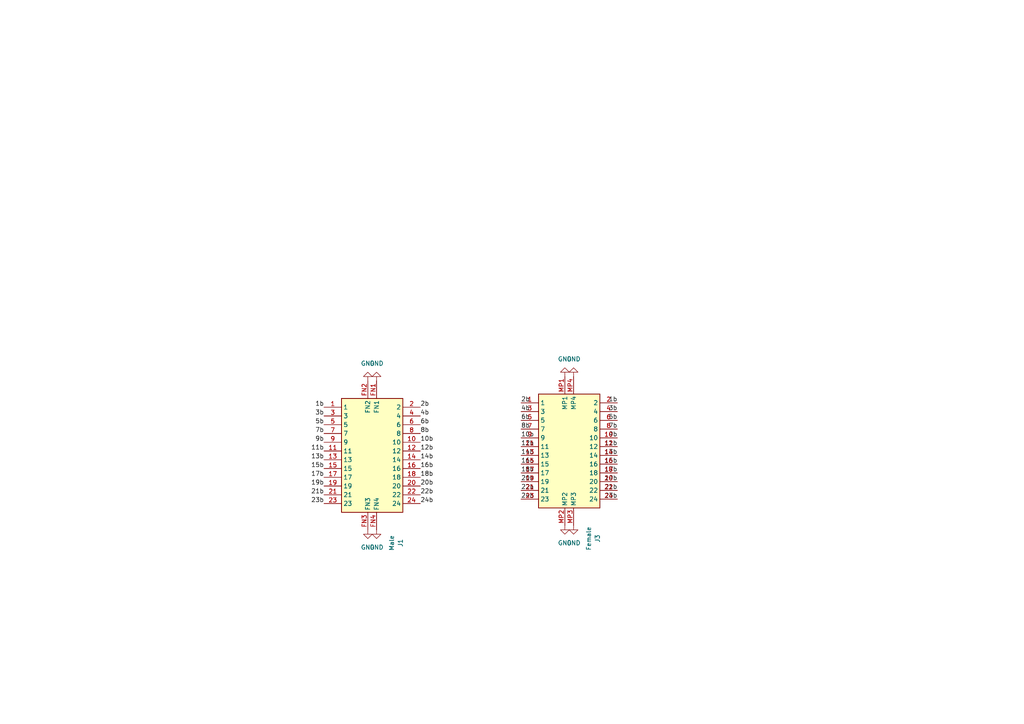
<source format=kicad_sch>
(kicad_sch (version 20230121) (generator eeschema)
  (paper "A4")
  (lib_symbols
    (symbol "503772-2410:503772-2410"
      (property "Reference" "J" (at 39.37 12.7 0))
      (property "Value" "503772-2410" (at 39.37 10.16 0))
      (symbol "503772-2410_1_1"
        (rectangle (start 5.08 7.62) (end 38.1 -10.16) (stroke (width 0.254)) (fill (type background)))
        (pin passive line (at 7.62 -15.24 90) (length 5.08) (name "1") (number "1"))
        (pin passive line (at 17.78 12.7 270) (length 5.08) (name "10") (number "10"))
        (pin passive line (at 20.32 -15.24 90) (length 5.08) (name "11") (number "11"))
        (pin passive line (at 20.32 12.7 270) (length 5.08) (name "12") (number "12"))
        (pin passive line (at 22.86 -15.24 90) (length 5.08) (name "13") (number "13"))
        (pin passive line (at 22.86 12.7 270) (length 5.08) (name "14") (number "14"))
        (pin passive line (at 25.4 -15.24 90) (length 5.08) (name "15") (number "15"))
        (pin passive line (at 25.4 12.7 270) (length 5.08) (name "16") (number "16"))
        (pin passive line (at 27.94 -15.24 90) (length 5.08) (name "17") (number "17"))
        (pin passive line (at 27.94 12.7 270) (length 5.08) (name "18") (number "18"))
        (pin passive line (at 30.48 -15.24 90) (length 5.08) (name "19") (number "19"))
        (pin passive line (at 7.62 12.7 270) (length 5.08) (name "2") (number "2"))
        (pin passive line (at 30.48 12.7 270) (length 5.08) (name "20") (number "20"))
        (pin passive line (at 33.02 -15.24 90) (length 5.08) (name "21") (number "21"))
        (pin passive line (at 33.02 12.7 270) (length 5.08) (name "22") (number "22"))
        (pin passive line (at 35.56 -15.24 90) (length 5.08) (name "23") (number "23"))
        (pin passive line (at 35.56 12.7 270) (length 5.08) (name "24") (number "24"))
        (pin passive line (at 10.16 -15.24 90) (length 5.08) (name "3") (number "3"))
        (pin passive line (at 10.16 12.7 270) (length 5.08) (name "4") (number "4"))
        (pin passive line (at 12.7 -15.24 90) (length 5.08) (name "5") (number "5"))
        (pin passive line (at 12.7 12.7 270) (length 5.08) (name "6") (number "6"))
        (pin passive line (at 15.24 -15.24 90) (length 5.08) (name "7") (number "7"))
        (pin passive line (at 15.24 12.7 270) (length 5.08) (name "8") (number "8"))
        (pin passive line (at 17.78 -15.24 90) (length 5.08) (name "9") (number "9"))
        (pin passive line (at 0 0 0) (length 5.08) (name "FN1") (number "FN1"))
        (pin passive line (at 0 -2.54 0) (length 5.08) (name "FN2") (number "FN2"))
        (pin passive line (at 43.18 -2.54 180) (length 5.08) (name "FN3") (number "FN3"))
        (pin passive line (at 43.18 0 180) (length 5.08) (name "FN4") (number "FN4"))
      )
    )
    (symbol "503776-2410:503776-2410"
      (property "Reference" "J" (at 39.37 12.7 0))
      (property "Value" "503776-2410" (at 39.37 10.16 0))
      (symbol "503776-2410_1_1"
        (rectangle (start 5.08 7.62) (end 38.1 -10.16) (stroke (width 0.254)) (fill (type background)))
        (pin passive line (at 7.62 -15.24 90) (length 5.08) (name "1") (number "1"))
        (pin passive line (at 17.78 12.7 270) (length 5.08) (name "10") (number "10"))
        (pin passive line (at 20.32 -15.24 90) (length 5.08) (name "11") (number "11"))
        (pin passive line (at 20.32 12.7 270) (length 5.08) (name "12") (number "12"))
        (pin passive line (at 22.86 -15.24 90) (length 5.08) (name "13") (number "13"))
        (pin passive line (at 22.86 12.7 270) (length 5.08) (name "14") (number "14"))
        (pin passive line (at 25.4 -15.24 90) (length 5.08) (name "15") (number "15"))
        (pin passive line (at 25.4 12.7 270) (length 5.08) (name "16") (number "16"))
        (pin passive line (at 27.94 -15.24 90) (length 5.08) (name "17") (number "17"))
        (pin passive line (at 27.94 12.7 270) (length 5.08) (name "18") (number "18"))
        (pin passive line (at 30.48 -15.24 90) (length 5.08) (name "19") (number "19"))
        (pin passive line (at 7.62 12.7 270) (length 5.08) (name "2") (number "2"))
        (pin passive line (at 30.48 12.7 270) (length 5.08) (name "20") (number "20"))
        (pin passive line (at 33.02 -15.24 90) (length 5.08) (name "21") (number "21"))
        (pin passive line (at 33.02 12.7 270) (length 5.08) (name "22") (number "22"))
        (pin passive line (at 35.56 -15.24 90) (length 5.08) (name "23") (number "23"))
        (pin passive line (at 35.56 12.7 270) (length 5.08) (name "24") (number "24"))
        (pin passive line (at 10.16 -15.24 90) (length 5.08) (name "3") (number "3"))
        (pin passive line (at 10.16 12.7 270) (length 5.08) (name "4") (number "4"))
        (pin passive line (at 12.7 -15.24 90) (length 5.08) (name "5") (number "5"))
        (pin passive line (at 12.7 12.7 270) (length 5.08) (name "6") (number "6"))
        (pin passive line (at 15.24 -15.24 90) (length 5.08) (name "7") (number "7"))
        (pin passive line (at 15.24 12.7 270) (length 5.08) (name "8") (number "8"))
        (pin passive line (at 17.78 -15.24 90) (length 5.08) (name "9") (number "9"))
        (pin passive line (at 0 -2.54 0) (length 5.08) (name "MP1") (number "MP1"))
        (pin passive line (at 43.18 -2.54 180) (length 5.08) (name "MP2") (number "MP2"))
        (pin passive line (at 43.18 0 180) (length 5.08) (name "MP3") (number "MP3"))
        (pin passive line (at 0 0 0) (length 5.08) (name "MP4") (number "MP4"))
      )
    )
    (symbol "power:GND" (power) (pin_names (offset 0))
      (property "Value" "GND" (at 0 -3.81 0))
      (symbol "GND_0_1"
        (polyline (pts (xy 0 0) (xy 0 -1.27) (xy 1.27 -1.27) (xy 0 -2.54) (xy -1.27 -1.27) (xy 0 -1.27)))
      )
      (symbol "GND_1_1"
        (pin power_in line (at 0 0 270) (length 0) hide (name "GND") (number "1"))
      )
    )
  )
  (label "18b" (at 151.13 137.16 0))
  (label "3b" (at 179.07 119.38 180))
  (label "12b" (at 121.92 130.81 0))
  (label "4b" (at 121.92 120.65 0))
  (label "21b" (at 179.07 142.24 180))
  (label "18b" (at 121.92 138.43 0))
  (label "9b" (at 93.98 128.27 180))
  (label "2b" (at 121.92 118.11 0))
  (label "13b" (at 93.98 133.35 180))
  (label "14b" (at 151.13 132.08 0))
  (label "16b" (at 151.13 134.62 0))
  (label "1b" (at 179.07 116.84 180))
  (label "15b" (at 179.07 134.62 180))
  (label "19b" (at 179.07 139.7 180))
  (label "11b" (at 93.98 130.81 180))
  (label "24b" (at 121.92 146.05 0))
  (label "24b" (at 151.13 144.78 0))
  (label "17b" (at 93.98 138.43 180))
  (label "15b" (at 93.98 135.89 180))
  (label "20b" (at 151.13 139.7 0))
  (label "7b" (at 93.98 125.73 180))
  (label "19b" (at 93.98 140.97 180))
  (label "12b" (at 151.13 129.54 0))
  (label "20b" (at 121.92 140.97 0))
  (label "10b" (at 121.92 128.27 0))
  (label "3b" (at 93.98 120.65 180))
  (label "5b" (at 93.98 123.19 180))
  (label "16b" (at 121.92 135.89 0))
  (label "23b" (at 179.07 144.78 180))
  (label "8b" (at 121.92 125.73 0))
  (label "22b" (at 151.13 142.24 0))
  (label "1b" (at 93.98 118.11 180))
  (label "11b" (at 179.07 129.54 180))
  (label "6b" (at 151.13 121.92 0))
  (label "2b" (at 151.13 116.84 0))
  (label "13b" (at 179.07 132.08 180))
  (label "9b" (at 179.07 127 180))
  (label "10b" (at 151.13 127 0))
  (label "4b" (at 151.13 119.38 0))
  (label "5b" (at 179.07 121.92 180))
  (label "23b" (at 93.98 146.05 180))
  (label "7b" (at 179.07 124.46 180))
  (label "6b" (at 121.92 123.19 0))
  (label "14b" (at 121.92 133.35 0))
  (label "8b" (at 151.13 124.46 0))
  (label "22b" (at 121.92 143.51 0))
  (label "17b" (at 179.07 137.16 180))
  (label "21b" (at 93.98 143.51 180))
  (symbol (lib_id "503776-2410:503776-2410") (at 166.37 109.22 270) (unit 1)
    (property "Reference" "J3" (at 173.2981 156.21 0))
    (property "Value" "Female" (at 170.7581 156.21 0))
    (property "Footprint" "female_footprints:5037762410" (effects hide))
    (property "Datasheet" "https://componentsearchengine.com/Datasheets/1/503776-2410.pdf" (effects hide))
    (property "Height" "0.78" (effects hide))
    (property "Mouser Part Number" "538-503776-2410" (effects hide))
    (property "Mouser Price/Stock" "https://www.mouser.co.uk/ProductDetail/Molex/503776-2410?qs=73RpG39PUGh8ZO0vVVQvWA%3D%3D" (effects hide))
    (property "Manufacturer_Name" "Molex" (effects hide))
    (property "Manufacturer_Part_Number" "503776-2410" (effects hide))
  )
  (symbol (lib_id "power:GND") (at 163.83 109.22 180) (unit 1)
    (property "Reference" "#PWR08" (effects hide))
    (property "Value" "GND" (at 163.83 104.14 0))
  )
  (symbol (lib_id "503772-2410:503772-2410") (at 109.22 110.49 270) (unit 1)
    (property "Reference" "J1" (at 116.1481 157.48 0))
    (property "Value" "Male" (at 113.6081 157.48 0))
    (property "Footprint" "male_footprints:5037722410" (effects hide))
    (property "Datasheet" "https://componentsearchengine.com/Datasheets/1/503772-2410.pdf" (effects hide))
    (property "Height" "0.76" (effects hide))
    (property "Mouser Part Number" "538-503772-2410" (effects hide))
    (property "Mouser Price/Stock" "https://www.mouser.co.uk/ProductDetail/Molex/503772-2410?qs=73RpG39PUGjaWG%2FPNpX86w%3D%3D" (effects hide))
    (property "Manufacturer_Name" "Molex" (effects hide))
    (property "Manufacturer_Part_Number" "503772-2410" (effects hide))
  )
  (symbol (lib_id "power:GND") (at 163.83 152.4 0) (unit 1)
    (property "Reference" "#PWR06" (effects hide))
    (property "Value" "GND" (at 163.83 157.48 0))
  )
  (symbol (lib_id "power:GND") (at 109.22 110.49 180) (unit 1)
    (property "Reference" "#PWR02" (effects hide))
    (property "Value" "GND" (at 109.22 105.41 0))
  )
  (symbol (lib_id "power:GND") (at 166.37 109.22 180) (unit 1)
    (property "Reference" "#PWR07" (effects hide))
    (property "Value" "GND" (at 166.37 104.14 0))
  )
  (symbol (lib_id "power:GND") (at 166.37 152.4 0) (unit 1)
    (property "Reference" "#PWR05" (effects hide))
    (property "Value" "GND" (at 166.37 157.48 0))
  )
  (symbol (lib_id "power:GND") (at 106.68 110.49 180) (unit 1)
    (property "Reference" "#PWR01" (effects hide))
    (property "Value" "GND" (at 106.68 105.41 0))
  )
  (symbol (lib_id "power:GND") (at 109.22 153.67 0) (unit 1)
    (property "Reference" "#PWR03" (effects hide))
    (property "Value" "GND" (at 109.22 158.75 0))
  )
  (symbol (lib_id "power:GND") (at 106.68 153.67 0) (unit 1)
    (property "Reference" "#PWR04" (effects hide))
    (property "Value" "GND" (at 106.68 158.75 0))
  )
)
</source>
